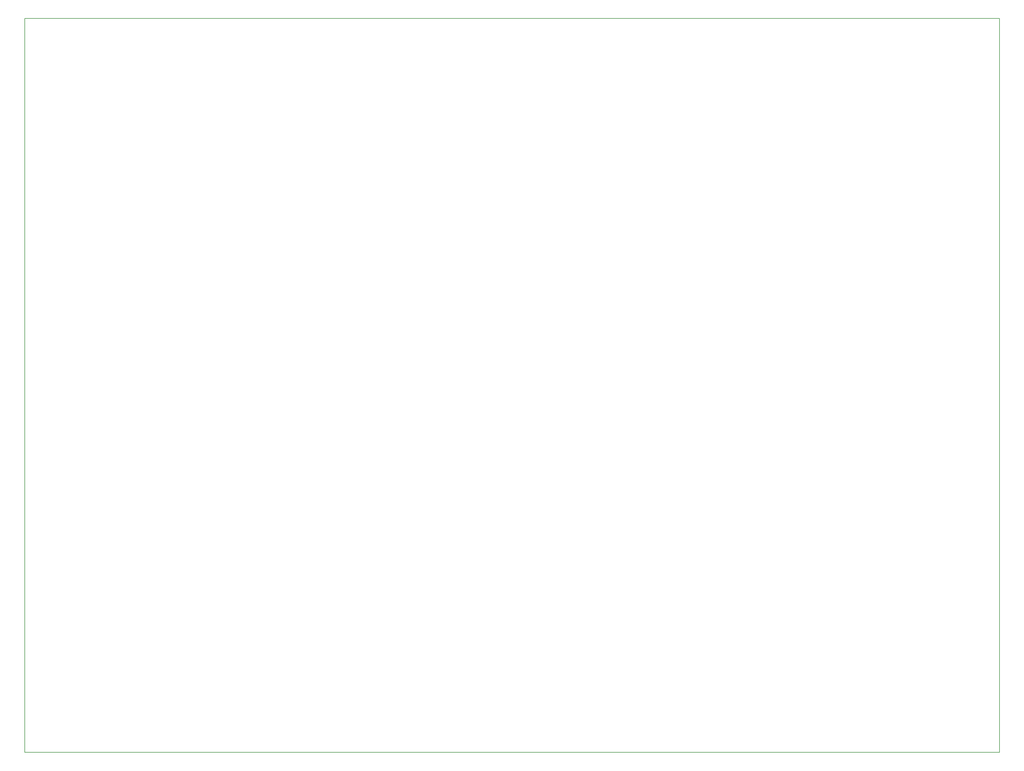
<source format=gbr>
%TF.GenerationSoftware,KiCad,Pcbnew,(6.0.10)*%
%TF.CreationDate,2024-08-19T09:21:52-04:00*%
%TF.ProjectId,ExoFlex_Kicad,45786f46-6c65-4785-9f4b-696361642e6b,rev?*%
%TF.SameCoordinates,Original*%
%TF.FileFunction,Profile,NP*%
%FSLAX46Y46*%
G04 Gerber Fmt 4.6, Leading zero omitted, Abs format (unit mm)*
G04 Created by KiCad (PCBNEW (6.0.10)) date 2024-08-19 09:21:52*
%MOMM*%
%LPD*%
G01*
G04 APERTURE LIST*
%TA.AperFunction,Profile*%
%ADD10C,0.150000*%
%TD*%
G04 APERTURE END LIST*
D10*
X28702000Y-21172000D02*
X328702000Y-21172000D01*
X328702000Y-247172000D02*
X28702000Y-247172000D01*
X328702000Y-21172000D02*
X328702000Y-247172000D01*
X28702000Y-247172000D02*
X28702000Y-21172000D01*
M02*

</source>
